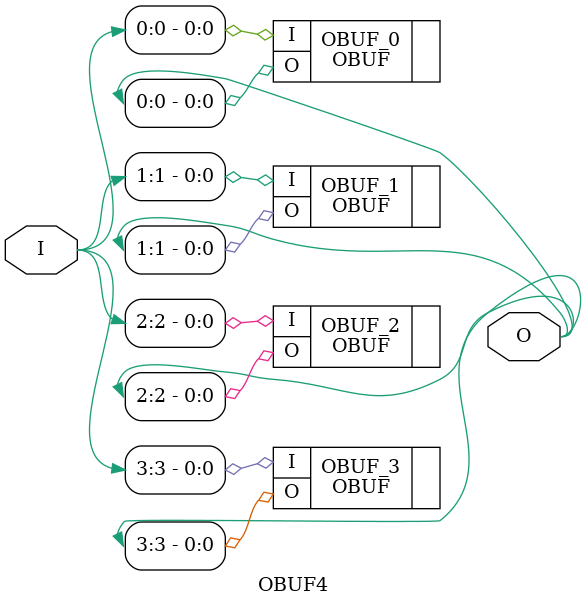
<source format=v>
`timescale 1ns / 1ps
module OBUF4(
    output [3:0] O,
    input [3:0] I
    );
OBUF 
OBUF_0 (
      .O( O[0]),     // Buffer output (connect directly to top-level port)
      .I(I[0])      // Buffer input 
   );
	
OBUF 
OBUF_1 (
      .O( O[1]),     // Buffer output (connect directly to top-level port)
      .I(I[1])      // Buffer input 
   );
		
OBUF 
OBUF_2 (
      .O( O[2]),     // Buffer output (connect directly to top-level port)
      .I(I[2])      // Buffer input 
   );

OBUF 
OBUF_3 (
      .O( O[3]),     // Buffer output (connect directly to top-level port)
      .I(I[3])      // Buffer input 
   );
	


endmodule

</source>
